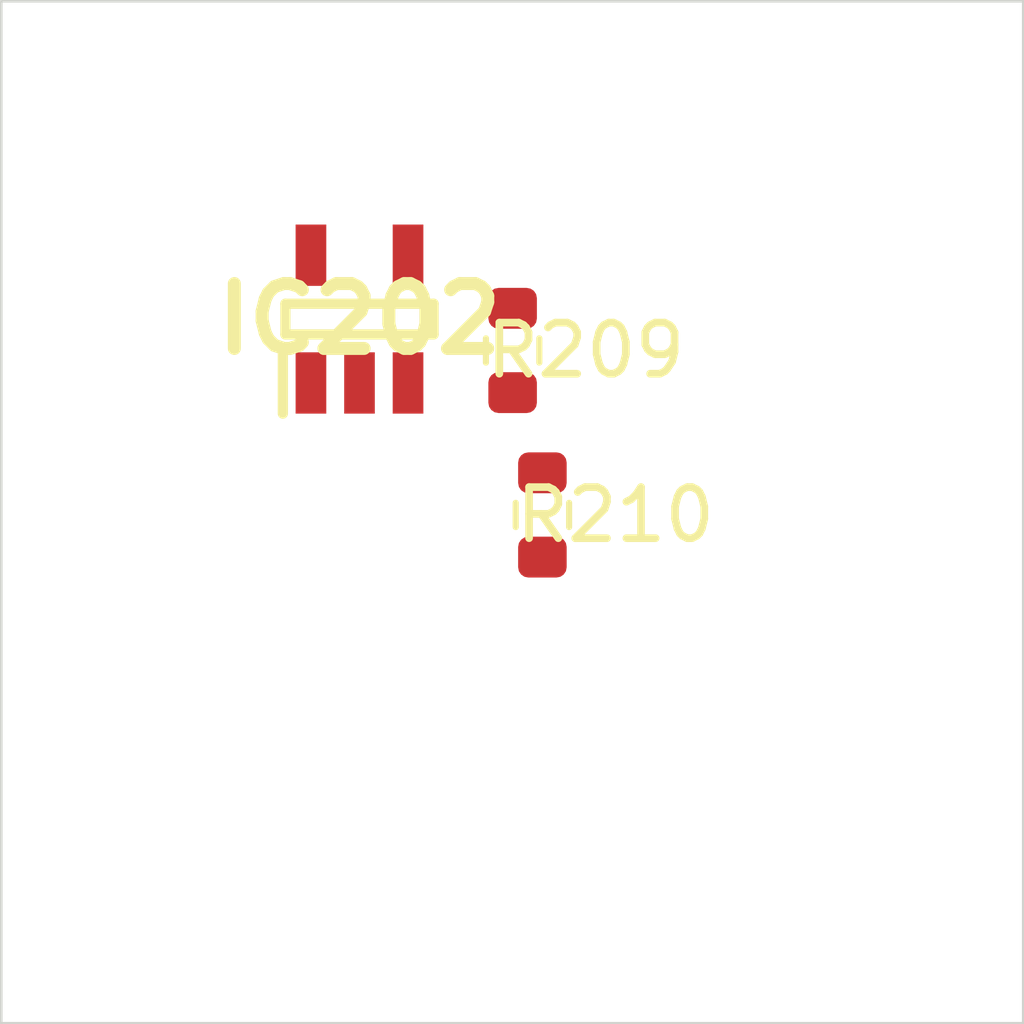
<source format=kicad_pcb>
 ( kicad_pcb  ( version 20171130 )
 ( host pcbnew 5.1.12-84ad8e8a86~92~ubuntu18.04.1 )
 ( general  ( thickness 1.6 )
 ( drawings 4 )
 ( tracks 0 )
 ( zones 0 )
 ( modules 3 )
 ( nets 5 )
)
 ( page A4 )
 ( layers  ( 0 F.Cu signal )
 ( 31 B.Cu signal )
 ( 32 B.Adhes user )
 ( 33 F.Adhes user )
 ( 34 B.Paste user )
 ( 35 F.Paste user )
 ( 36 B.SilkS user )
 ( 37 F.SilkS user )
 ( 38 B.Mask user )
 ( 39 F.Mask user )
 ( 40 Dwgs.User user )
 ( 41 Cmts.User user )
 ( 42 Eco1.User user )
 ( 43 Eco2.User user )
 ( 44 Edge.Cuts user )
 ( 45 Margin user )
 ( 46 B.CrtYd user )
 ( 47 F.CrtYd user )
 ( 48 B.Fab user )
 ( 49 F.Fab user )
)
 ( setup  ( last_trace_width 0.25 )
 ( trace_clearance 0.2 )
 ( zone_clearance 0.508 )
 ( zone_45_only no )
 ( trace_min 0.2 )
 ( via_size 0.8 )
 ( via_drill 0.4 )
 ( via_min_size 0.4 )
 ( via_min_drill 0.3 )
 ( uvia_size 0.3 )
 ( uvia_drill 0.1 )
 ( uvias_allowed no )
 ( uvia_min_size 0.2 )
 ( uvia_min_drill 0.1 )
 ( edge_width 0.05 )
 ( segment_width 0.2 )
 ( pcb_text_width 0.3 )
 ( pcb_text_size 1.5 1.5 )
 ( mod_edge_width 0.12 )
 ( mod_text_size 1 1 )
 ( mod_text_width 0.15 )
 ( pad_size 1.524 1.524 )
 ( pad_drill 0.762 )
 ( pad_to_mask_clearance 0 )
 ( aux_axis_origin 0 0 )
 ( visible_elements FFFFFF7F )
 ( pcbplotparams  ( layerselection 0x010fc_ffffffff )
 ( usegerberextensions false )
 ( usegerberattributes true )
 ( usegerberadvancedattributes true )
 ( creategerberjobfile true )
 ( excludeedgelayer true )
 ( linewidth 0.100000 )
 ( plotframeref false )
 ( viasonmask false )
 ( mode 1 )
 ( useauxorigin false )
 ( hpglpennumber 1 )
 ( hpglpenspeed 20 )
 ( hpglpendiameter 15.000000 )
 ( psnegative false )
 ( psa4output false )
 ( plotreference true )
 ( plotvalue true )
 ( plotinvisibletext false )
 ( padsonsilk false )
 ( subtractmaskfromsilk false )
 ( outputformat 1 )
 ( mirror false )
 ( drillshape 1 )
 ( scaleselection 1 )
 ( outputdirectory "" )
)
)
 ( net 0 "" )
 ( net 1 GND )
 ( net 2 VDDA )
 ( net 3 /Sheet6235D886/vp )
 ( net 4 "Net-(IC202-Pad3)" )
 ( net_class Default "This is the default net class."  ( clearance 0.2 )
 ( trace_width 0.25 )
 ( via_dia 0.8 )
 ( via_drill 0.4 )
 ( uvia_dia 0.3 )
 ( uvia_drill 0.1 )
 ( add_net /Sheet6235D886/vp )
 ( add_net GND )
 ( add_net "Net-(IC202-Pad3)" )
 ( add_net VDDA )
)
 ( module SOT95P280X145-5N locked  ( layer F.Cu )
 ( tedit 62336ED7 )
 ( tstamp 623423ED )
 ( at 87.010600 106.220000 90.000000 )
 ( descr DBV0005A )
 ( tags "Integrated Circuit" )
 ( path /6235D887/6266C08E )
 ( attr smd )
 ( fp_text reference IC202  ( at 0 0 )
 ( layer F.SilkS )
 ( effects  ( font  ( size 1.27 1.27 )
 ( thickness 0.254 )
)
)
)
 ( fp_text value TL071HIDBVR  ( at 0 0 )
 ( layer F.SilkS )
hide  ( effects  ( font  ( size 1.27 1.27 )
 ( thickness 0.254 )
)
)
)
 ( fp_line  ( start -1.85 -1.5 )
 ( end -0.65 -1.5 )
 ( layer F.SilkS )
 ( width 0.2 )
)
 ( fp_line  ( start -0.3 1.45 )
 ( end -0.3 -1.45 )
 ( layer F.SilkS )
 ( width 0.2 )
)
 ( fp_line  ( start 0.3 1.45 )
 ( end -0.3 1.45 )
 ( layer F.SilkS )
 ( width 0.2 )
)
 ( fp_line  ( start 0.3 -1.45 )
 ( end 0.3 1.45 )
 ( layer F.SilkS )
 ( width 0.2 )
)
 ( fp_line  ( start -0.3 -1.45 )
 ( end 0.3 -1.45 )
 ( layer F.SilkS )
 ( width 0.2 )
)
 ( fp_line  ( start -0.8 -0.5 )
 ( end 0.15 -1.45 )
 ( layer Dwgs.User )
 ( width 0.1 )
)
 ( fp_line  ( start -0.8 1.45 )
 ( end -0.8 -1.45 )
 ( layer Dwgs.User )
 ( width 0.1 )
)
 ( fp_line  ( start 0.8 1.45 )
 ( end -0.8 1.45 )
 ( layer Dwgs.User )
 ( width 0.1 )
)
 ( fp_line  ( start 0.8 -1.45 )
 ( end 0.8 1.45 )
 ( layer Dwgs.User )
 ( width 0.1 )
)
 ( fp_line  ( start -0.8 -1.45 )
 ( end 0.8 -1.45 )
 ( layer Dwgs.User )
 ( width 0.1 )
)
 ( fp_line  ( start -2.1 1.775 )
 ( end -2.1 -1.775 )
 ( layer Dwgs.User )
 ( width 0.05 )
)
 ( fp_line  ( start 2.1 1.775 )
 ( end -2.1 1.775 )
 ( layer Dwgs.User )
 ( width 0.05 )
)
 ( fp_line  ( start 2.1 -1.775 )
 ( end 2.1 1.775 )
 ( layer Dwgs.User )
 ( width 0.05 )
)
 ( fp_line  ( start -2.1 -1.775 )
 ( end 2.1 -1.775 )
 ( layer Dwgs.User )
 ( width 0.05 )
)
 ( pad 1 smd rect  ( at -1.25 -0.95 180.000000 )
 ( size 0.6 1.2 )
 ( layers F.Cu F.Mask F.Paste )
 ( net 3 /Sheet6235D886/vp )
)
 ( pad 2 smd rect  ( at -1.25 0 180.000000 )
 ( size 0.6 1.2 )
 ( layers F.Cu F.Mask F.Paste )
 ( net 1 GND )
)
 ( pad 3 smd rect  ( at -1.25 0.95 180.000000 )
 ( size 0.6 1.2 )
 ( layers F.Cu F.Mask F.Paste )
 ( net 4 "Net-(IC202-Pad3)" )
)
 ( pad 4 smd rect  ( at 1.25 0.95 180.000000 )
 ( size 0.6 1.2 )
 ( layers F.Cu F.Mask F.Paste )
 ( net 3 /Sheet6235D886/vp )
)
 ( pad 5 smd rect  ( at 1.25 -0.95 180.000000 )
 ( size 0.6 1.2 )
 ( layers F.Cu F.Mask F.Paste )
 ( net 2 VDDA )
)
)
 ( module Resistor_SMD:R_0603_1608Metric  ( layer F.Cu )
 ( tedit 5F68FEEE )
 ( tstamp 62342595 )
 ( at 90.007700 106.834000 270.000000 )
 ( descr "Resistor SMD 0603 (1608 Metric), square (rectangular) end terminal, IPC_7351 nominal, (Body size source: IPC-SM-782 page 72, https://www.pcb-3d.com/wordpress/wp-content/uploads/ipc-sm-782a_amendment_1_and_2.pdf), generated with kicad-footprint-generator" )
 ( tags resistor )
 ( path /6235D887/623CDBD9 )
 ( attr smd )
 ( fp_text reference R209  ( at 0 -1.43 )
 ( layer F.SilkS )
 ( effects  ( font  ( size 1 1 )
 ( thickness 0.15 )
)
)
)
 ( fp_text value 100k  ( at 0 1.43 )
 ( layer F.Fab )
 ( effects  ( font  ( size 1 1 )
 ( thickness 0.15 )
)
)
)
 ( fp_line  ( start -0.8 0.4125 )
 ( end -0.8 -0.4125 )
 ( layer F.Fab )
 ( width 0.1 )
)
 ( fp_line  ( start -0.8 -0.4125 )
 ( end 0.8 -0.4125 )
 ( layer F.Fab )
 ( width 0.1 )
)
 ( fp_line  ( start 0.8 -0.4125 )
 ( end 0.8 0.4125 )
 ( layer F.Fab )
 ( width 0.1 )
)
 ( fp_line  ( start 0.8 0.4125 )
 ( end -0.8 0.4125 )
 ( layer F.Fab )
 ( width 0.1 )
)
 ( fp_line  ( start -0.237258 -0.5225 )
 ( end 0.237258 -0.5225 )
 ( layer F.SilkS )
 ( width 0.12 )
)
 ( fp_line  ( start -0.237258 0.5225 )
 ( end 0.237258 0.5225 )
 ( layer F.SilkS )
 ( width 0.12 )
)
 ( fp_line  ( start -1.48 0.73 )
 ( end -1.48 -0.73 )
 ( layer F.CrtYd )
 ( width 0.05 )
)
 ( fp_line  ( start -1.48 -0.73 )
 ( end 1.48 -0.73 )
 ( layer F.CrtYd )
 ( width 0.05 )
)
 ( fp_line  ( start 1.48 -0.73 )
 ( end 1.48 0.73 )
 ( layer F.CrtYd )
 ( width 0.05 )
)
 ( fp_line  ( start 1.48 0.73 )
 ( end -1.48 0.73 )
 ( layer F.CrtYd )
 ( width 0.05 )
)
 ( fp_text user %R  ( at 0 0 )
 ( layer F.Fab )
 ( effects  ( font  ( size 0.4 0.4 )
 ( thickness 0.06 )
)
)
)
 ( pad 1 smd roundrect  ( at -0.825 0 270.000000 )
 ( size 0.8 0.95 )
 ( layers F.Cu F.Mask F.Paste )
 ( roundrect_rratio 0.25 )
 ( net 2 VDDA )
)
 ( pad 2 smd roundrect  ( at 0.825 0 270.000000 )
 ( size 0.8 0.95 )
 ( layers F.Cu F.Mask F.Paste )
 ( roundrect_rratio 0.25 )
 ( net 4 "Net-(IC202-Pad3)" )
)
 ( model ${KISYS3DMOD}/Resistor_SMD.3dshapes/R_0603_1608Metric.wrl  ( at  ( xyz 0 0 0 )
)
 ( scale  ( xyz 1 1 1 )
)
 ( rotate  ( xyz 0 0 0 )
)
)
)
 ( module Resistor_SMD:R_0603_1608Metric  ( layer F.Cu )
 ( tedit 5F68FEEE )
 ( tstamp 623425A6 )
 ( at 90.590300 110.053000 270.000000 )
 ( descr "Resistor SMD 0603 (1608 Metric), square (rectangular) end terminal, IPC_7351 nominal, (Body size source: IPC-SM-782 page 72, https://www.pcb-3d.com/wordpress/wp-content/uploads/ipc-sm-782a_amendment_1_and_2.pdf), generated with kicad-footprint-generator" )
 ( tags resistor )
 ( path /6235D887/623CDBDF )
 ( attr smd )
 ( fp_text reference R210  ( at 0 -1.43 )
 ( layer F.SilkS )
 ( effects  ( font  ( size 1 1 )
 ( thickness 0.15 )
)
)
)
 ( fp_text value 100k  ( at 0 1.43 )
 ( layer F.Fab )
 ( effects  ( font  ( size 1 1 )
 ( thickness 0.15 )
)
)
)
 ( fp_line  ( start 1.48 0.73 )
 ( end -1.48 0.73 )
 ( layer F.CrtYd )
 ( width 0.05 )
)
 ( fp_line  ( start 1.48 -0.73 )
 ( end 1.48 0.73 )
 ( layer F.CrtYd )
 ( width 0.05 )
)
 ( fp_line  ( start -1.48 -0.73 )
 ( end 1.48 -0.73 )
 ( layer F.CrtYd )
 ( width 0.05 )
)
 ( fp_line  ( start -1.48 0.73 )
 ( end -1.48 -0.73 )
 ( layer F.CrtYd )
 ( width 0.05 )
)
 ( fp_line  ( start -0.237258 0.5225 )
 ( end 0.237258 0.5225 )
 ( layer F.SilkS )
 ( width 0.12 )
)
 ( fp_line  ( start -0.237258 -0.5225 )
 ( end 0.237258 -0.5225 )
 ( layer F.SilkS )
 ( width 0.12 )
)
 ( fp_line  ( start 0.8 0.4125 )
 ( end -0.8 0.4125 )
 ( layer F.Fab )
 ( width 0.1 )
)
 ( fp_line  ( start 0.8 -0.4125 )
 ( end 0.8 0.4125 )
 ( layer F.Fab )
 ( width 0.1 )
)
 ( fp_line  ( start -0.8 -0.4125 )
 ( end 0.8 -0.4125 )
 ( layer F.Fab )
 ( width 0.1 )
)
 ( fp_line  ( start -0.8 0.4125 )
 ( end -0.8 -0.4125 )
 ( layer F.Fab )
 ( width 0.1 )
)
 ( fp_text user %R  ( at 0 0 )
 ( layer F.Fab )
 ( effects  ( font  ( size 0.4 0.4 )
 ( thickness 0.06 )
)
)
)
 ( pad 2 smd roundrect  ( at 0.825 0 270.000000 )
 ( size 0.8 0.95 )
 ( layers F.Cu F.Mask F.Paste )
 ( roundrect_rratio 0.25 )
 ( net 1 GND )
)
 ( pad 1 smd roundrect  ( at -0.825 0 270.000000 )
 ( size 0.8 0.95 )
 ( layers F.Cu F.Mask F.Paste )
 ( roundrect_rratio 0.25 )
 ( net 4 "Net-(IC202-Pad3)" )
)
 ( model ${KISYS3DMOD}/Resistor_SMD.3dshapes/R_0603_1608Metric.wrl  ( at  ( xyz 0 0 0 )
)
 ( scale  ( xyz 1 1 1 )
)
 ( rotate  ( xyz 0 0 0 )
)
)
)
 ( gr_line  ( start 100 100 )
 ( end 100 120 )
 ( layer Edge.Cuts )
 ( width 0.05 )
 ( tstamp 62E770C4 )
)
 ( gr_line  ( start 80 120 )
 ( end 100 120 )
 ( layer Edge.Cuts )
 ( width 0.05 )
 ( tstamp 62E770C0 )
)
 ( gr_line  ( start 80 100 )
 ( end 100 100 )
 ( layer Edge.Cuts )
 ( width 0.05 )
 ( tstamp 6234110C )
)
 ( gr_line  ( start 80 100 )
 ( end 80 120 )
 ( layer Edge.Cuts )
 ( width 0.05 )
)
)

</source>
